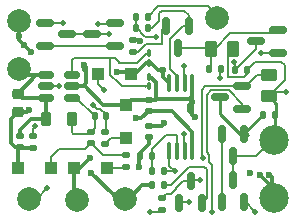
<source format=gtl>
%TF.GenerationSoftware,KiCad,Pcbnew,6.0.4-6f826c9f35~116~ubuntu20.04.1*%
%TF.CreationDate,2022-03-30T22:07:09-04:00*%
%TF.ProjectId,v0.1_TACS_board,76302e31-5f54-4414-9353-5f626f617264,rev?*%
%TF.SameCoordinates,Original*%
%TF.FileFunction,Copper,L1,Top*%
%TF.FilePolarity,Positive*%
%FSLAX46Y46*%
G04 Gerber Fmt 4.6, Leading zero omitted, Abs format (unit mm)*
G04 Created by KiCad (PCBNEW 6.0.4-6f826c9f35~116~ubuntu20.04.1) date 2022-03-30 22:07:09*
%MOMM*%
%LPD*%
G01*
G04 APERTURE LIST*
G04 Aperture macros list*
%AMRoundRect*
0 Rectangle with rounded corners*
0 $1 Rounding radius*
0 $2 $3 $4 $5 $6 $7 $8 $9 X,Y pos of 4 corners*
0 Add a 4 corners polygon primitive as box body*
4,1,4,$2,$3,$4,$5,$6,$7,$8,$9,$2,$3,0*
0 Add four circle primitives for the rounded corners*
1,1,$1+$1,$2,$3*
1,1,$1+$1,$4,$5*
1,1,$1+$1,$6,$7*
1,1,$1+$1,$8,$9*
0 Add four rect primitives between the rounded corners*
20,1,$1+$1,$2,$3,$4,$5,0*
20,1,$1+$1,$4,$5,$6,$7,0*
20,1,$1+$1,$6,$7,$8,$9,0*
20,1,$1+$1,$8,$9,$2,$3,0*%
G04 Aperture macros list end*
%TA.AperFunction,SMDPad,CuDef*%
%ADD10C,2.500000*%
%TD*%
%TA.AperFunction,SMDPad,CuDef*%
%ADD11C,2.000000*%
%TD*%
%TA.AperFunction,SMDPad,CuDef*%
%ADD12RoundRect,0.150000X0.587500X0.150000X-0.587500X0.150000X-0.587500X-0.150000X0.587500X-0.150000X0*%
%TD*%
%TA.AperFunction,SMDPad,CuDef*%
%ADD13RoundRect,0.100000X-0.100000X0.217500X-0.100000X-0.217500X0.100000X-0.217500X0.100000X0.217500X0*%
%TD*%
%TA.AperFunction,SMDPad,CuDef*%
%ADD14RoundRect,0.100000X0.100000X-0.217500X0.100000X0.217500X-0.100000X0.217500X-0.100000X-0.217500X0*%
%TD*%
%TA.AperFunction,SMDPad,CuDef*%
%ADD15RoundRect,0.250000X0.262500X0.450000X-0.262500X0.450000X-0.262500X-0.450000X0.262500X-0.450000X0*%
%TD*%
%TA.AperFunction,SMDPad,CuDef*%
%ADD16RoundRect,0.135000X-0.135000X-0.185000X0.135000X-0.185000X0.135000X0.185000X-0.135000X0.185000X0*%
%TD*%
%TA.AperFunction,SMDPad,CuDef*%
%ADD17RoundRect,0.135000X-0.185000X0.135000X-0.185000X-0.135000X0.185000X-0.135000X0.185000X0.135000X0*%
%TD*%
%TA.AperFunction,SMDPad,CuDef*%
%ADD18R,1.100000X1.100000*%
%TD*%
%TA.AperFunction,SMDPad,CuDef*%
%ADD19RoundRect,0.150000X0.150000X-0.587500X0.150000X0.587500X-0.150000X0.587500X-0.150000X-0.587500X0*%
%TD*%
%TA.AperFunction,SMDPad,CuDef*%
%ADD20RoundRect,0.218750X-0.218750X-0.381250X0.218750X-0.381250X0.218750X0.381250X-0.218750X0.381250X0*%
%TD*%
%TA.AperFunction,SMDPad,CuDef*%
%ADD21RoundRect,0.140000X-0.170000X0.140000X-0.170000X-0.140000X0.170000X-0.140000X0.170000X0.140000X0*%
%TD*%
%TA.AperFunction,SMDPad,CuDef*%
%ADD22RoundRect,0.250000X-0.450000X0.262500X-0.450000X-0.262500X0.450000X-0.262500X0.450000X0.262500X0*%
%TD*%
%TA.AperFunction,SMDPad,CuDef*%
%ADD23RoundRect,0.140000X-0.140000X-0.170000X0.140000X-0.170000X0.140000X0.170000X-0.140000X0.170000X0*%
%TD*%
%TA.AperFunction,SMDPad,CuDef*%
%ADD24RoundRect,0.150000X-0.587500X-0.150000X0.587500X-0.150000X0.587500X0.150000X-0.587500X0.150000X0*%
%TD*%
%TA.AperFunction,SMDPad,CuDef*%
%ADD25RoundRect,0.135000X0.135000X0.185000X-0.135000X0.185000X-0.135000X-0.185000X0.135000X-0.185000X0*%
%TD*%
%TA.AperFunction,SMDPad,CuDef*%
%ADD26RoundRect,0.135000X0.185000X-0.135000X0.185000X0.135000X-0.185000X0.135000X-0.185000X-0.135000X0*%
%TD*%
%TA.AperFunction,SMDPad,CuDef*%
%ADD27RoundRect,0.100000X0.100000X-0.637500X0.100000X0.637500X-0.100000X0.637500X-0.100000X-0.637500X0*%
%TD*%
%TA.AperFunction,SMDPad,CuDef*%
%ADD28RoundRect,0.150000X-0.150000X0.587500X-0.150000X-0.587500X0.150000X-0.587500X0.150000X0.587500X0*%
%TD*%
%TA.AperFunction,SMDPad,CuDef*%
%ADD29RoundRect,0.225000X-0.250000X0.225000X-0.250000X-0.225000X0.250000X-0.225000X0.250000X0.225000X0*%
%TD*%
%TA.AperFunction,SMDPad,CuDef*%
%ADD30RoundRect,0.150000X0.512500X0.150000X-0.512500X0.150000X-0.512500X-0.150000X0.512500X-0.150000X0*%
%TD*%
%TA.AperFunction,ViaPad*%
%ADD31C,0.500000*%
%TD*%
%TA.AperFunction,ViaPad*%
%ADD32C,0.600000*%
%TD*%
%TA.AperFunction,Conductor*%
%ADD33C,0.300000*%
%TD*%
%TA.AperFunction,Conductor*%
%ADD34C,0.150000*%
%TD*%
%TA.AperFunction,Conductor*%
%ADD35C,0.250000*%
%TD*%
G04 APERTURE END LIST*
D10*
%TO.P,U2,1,L_Stim*%
%TO.N,Net-(Q5-Pad3)*%
X82800000Y-45950000D03*
%TO.P,U2,2,R_stim*%
%TO.N,-BATT*%
X82800000Y-50850000D03*
%TD*%
D11*
%TO.P,BT1,1,+*%
%TO.N,+BATT*%
X61200000Y-39900000D03*
%TO.P,BT1,2,-*%
%TO.N,-BATT*%
X61200000Y-35900000D03*
%TD*%
%TO.P,J4,1,Pin_1*%
%TO.N,-9V*%
X66100000Y-51000000D03*
%TD*%
%TO.P,J2,1,Pin_1*%
%TO.N,/SET_V_GPIO*%
X62100000Y-50900000D03*
%TD*%
D12*
%TO.P,Q8,3,C*%
%TO.N,Net-(Q5-Pad3)*%
X67425000Y-37000000D03*
%TO.P,Q8,2,E*%
%TO.N,Net-(Q1-Pad1)*%
X69300000Y-36050000D03*
%TO.P,Q8,1,B*%
%TO.N,Net-(Q6-Pad2)*%
X69300000Y-37950000D03*
%TD*%
D13*
%TO.P,R16,1*%
%TO.N,-BATT*%
X72200000Y-40592500D03*
%TO.P,R16,2*%
%TO.N,Net-(R15-Pad2)*%
X72200000Y-41407500D03*
%TD*%
D14*
%TO.P,R15,1*%
%TO.N,+9V*%
X72200000Y-39407500D03*
%TO.P,R15,2*%
%TO.N,Net-(R15-Pad2)*%
X72200000Y-38592500D03*
%TD*%
D15*
%TO.P,R12,1*%
%TO.N,Net-(Q5-Pad3)*%
X79312500Y-38200000D03*
%TO.P,R12,2*%
%TO.N,Net-(Q1-Pad2)*%
X77487500Y-38200000D03*
%TD*%
D11*
%TO.P,J3,1,Pin_1*%
%TO.N,+9V*%
X70200000Y-50900000D03*
%TD*%
D16*
%TO.P,R7,1*%
%TO.N,Net-(Q2-Pad3)*%
X81890000Y-43800000D03*
%TO.P,R7,2*%
%TO.N,Net-(Q5-Pad3)*%
X82910000Y-43800000D03*
%TD*%
%TO.P,R3,1*%
%TO.N,Net-(R2-Pad1)*%
X72440000Y-48537500D03*
%TO.P,R3,2*%
%TO.N,Net-(Q3-Pad1)*%
X73460000Y-48537500D03*
%TD*%
D17*
%TO.P,R10,1*%
%TO.N,Net-(Q2-Pad2)*%
X73350000Y-50827500D03*
%TO.P,R10,2*%
%TO.N,Net-(Q2-Pad1)*%
X73350000Y-51847500D03*
%TD*%
D18*
%TO.P,D3,2,A*%
%TO.N,Net-(C4-Pad2)*%
X67900000Y-40350000D03*
%TO.P,D3,1,K*%
%TO.N,+9V*%
X70700000Y-40350000D03*
%TD*%
D19*
%TO.P,Q7,1,B*%
%TO.N,Net-(Q5-Pad2)*%
X78400000Y-51225000D03*
%TO.P,Q7,2,E*%
%TO.N,Net-(Q2-Pad1)*%
X80300000Y-51225000D03*
%TO.P,Q7,3,C*%
%TO.N,Net-(Q5-Pad3)*%
X79350000Y-49350000D03*
%TD*%
D12*
%TO.P,Q2,1,B*%
%TO.N,Net-(Q2-Pad1)*%
X80087500Y-43287500D03*
%TO.P,Q2,2,E*%
%TO.N,Net-(Q2-Pad2)*%
X80087500Y-41387500D03*
%TO.P,Q2,3,C*%
%TO.N,Net-(Q2-Pad3)*%
X78212500Y-42337500D03*
%TD*%
D19*
%TO.P,Q3,1,B*%
%TO.N,Net-(Q3-Pad1)*%
X74800000Y-51275000D03*
%TO.P,Q3,2,E*%
%TO.N,Net-(Q3-Pad2)*%
X76700000Y-51275000D03*
%TO.P,Q3,3,C*%
%TO.N,Net-(Q2-Pad2)*%
X75750000Y-49400000D03*
%TD*%
D20*
%TO.P,L1,2*%
%TO.N,Net-(C3-Pad1)*%
X65662500Y-44200000D03*
%TO.P,L1,1*%
%TO.N,+BATT*%
X63537500Y-44200000D03*
%TD*%
D18*
%TO.P,D1,1,K*%
%TO.N,-BATT*%
X61100000Y-48350000D03*
%TO.P,D1,2,A*%
%TO.N,Net-(C3-Pad2)*%
X63900000Y-48350000D03*
%TD*%
D21*
%TO.P,C6,2*%
%TO.N,-BATT*%
X72200000Y-45680000D03*
%TO.P,C6,1*%
%TO.N,+9V*%
X72200000Y-44720000D03*
%TD*%
D22*
%TO.P,R5,1*%
%TO.N,Net-(Q2-Pad2)*%
X82350000Y-40425000D03*
%TO.P,R5,2*%
%TO.N,Net-(Q5-Pad3)*%
X82350000Y-42250000D03*
%TD*%
D21*
%TO.P,C1,1*%
%TO.N,+BATT*%
X61300000Y-45620000D03*
%TO.P,C1,2*%
%TO.N,-BATT*%
X61300000Y-46580000D03*
%TD*%
%TO.P,C3,2*%
%TO.N,Net-(C3-Pad2)*%
X67300000Y-46230000D03*
%TO.P,C3,1*%
%TO.N,Net-(C3-Pad1)*%
X67300000Y-45270000D03*
%TD*%
%TO.P,C2,2*%
%TO.N,-BATT*%
X62400000Y-46600000D03*
%TO.P,C2,1*%
%TO.N,Net-(C2-Pad1)*%
X62400000Y-45640000D03*
%TD*%
D23*
%TO.P,C4,1*%
%TO.N,Net-(C3-Pad1)*%
X67620000Y-43950000D03*
%TO.P,C4,2*%
%TO.N,Net-(C4-Pad2)*%
X68580000Y-43950000D03*
%TD*%
D12*
%TO.P,Q1,1,B*%
%TO.N,Net-(Q1-Pad1)*%
X83137500Y-38550000D03*
%TO.P,Q1,2,E*%
%TO.N,Net-(Q1-Pad2)*%
X83137500Y-36650000D03*
%TO.P,Q1,3,C*%
%TO.N,Net-(Q1-Pad3)*%
X81262500Y-37600000D03*
%TD*%
D24*
%TO.P,Q6,1,B*%
%TO.N,Net-(Q1-Pad3)*%
X63387500Y-36050000D03*
%TO.P,Q6,2,E*%
%TO.N,Net-(Q6-Pad2)*%
X63387500Y-37950000D03*
%TO.P,Q6,3,C*%
%TO.N,Net-(Q5-Pad3)*%
X65262500Y-37000000D03*
%TD*%
D25*
%TO.P,R2,1*%
%TO.N,Net-(R2-Pad1)*%
X72460000Y-47337500D03*
%TO.P,R2,2*%
%TO.N,-BATT*%
X71440000Y-47337500D03*
%TD*%
%TO.P,R1,1*%
%TO.N,/Current_Ctrl_GPIO*%
X72110000Y-35500000D03*
%TO.P,R1,2*%
%TO.N,Net-(R1-Pad2)*%
X71090000Y-35500000D03*
%TD*%
D26*
%TO.P,R14,1*%
%TO.N,Net-(D4-Pad1)*%
X70300000Y-48260000D03*
%TO.P,R14,2*%
%TO.N,Net-(C3-Pad2)*%
X70300000Y-47240000D03*
%TD*%
D16*
%TO.P,R8,2*%
%TO.N,Net-(Q3-Pad2)*%
X73460000Y-49737500D03*
%TO.P,R8,1*%
%TO.N,+9V*%
X72440000Y-49737500D03*
%TD*%
D27*
%TO.P,U1,8,V+*%
%TO.N,+9V*%
X73945000Y-41115000D03*
%TO.P,U1,7*%
%TO.N,Net-(Q4-Pad1)*%
X74595000Y-41115000D03*
%TO.P,U1,6,-*%
%TO.N,Net-(R1-Pad2)*%
X75245000Y-41115000D03*
%TO.P,U1,5,+*%
%TO.N,-BATT*%
X75895000Y-41115000D03*
%TO.P,U1,4,V-*%
%TO.N,-9V*%
X75895000Y-46840000D03*
%TO.P,U1,3,+*%
%TO.N,/SET_V_GPIO*%
X75245000Y-46840000D03*
%TO.P,U1,2,-*%
%TO.N,Net-(R2-Pad1)*%
X74595000Y-46840000D03*
%TO.P,U1,1*%
%TO.N,Net-(Q3-Pad1)*%
X73945000Y-46840000D03*
%TD*%
D26*
%TO.P,R9,1*%
%TO.N,Net-(Q4-Pad2)*%
X70900000Y-38510000D03*
%TO.P,R9,2*%
%TO.N,-9V*%
X70900000Y-37490000D03*
%TD*%
D21*
%TO.P,C7,1*%
%TO.N,-BATT*%
X72200000Y-42520000D03*
%TO.P,C7,2*%
%TO.N,-9V*%
X72200000Y-43480000D03*
%TD*%
D11*
%TO.P,J1,1,Pin_1*%
%TO.N,/Current_Ctrl_GPIO*%
X78000000Y-35600000D03*
%TD*%
D28*
%TO.P,Q5,1,B*%
%TO.N,Net-(Q2-Pad3)*%
X80300000Y-45400000D03*
%TO.P,Q5,2,E*%
%TO.N,Net-(Q5-Pad2)*%
X78400000Y-45400000D03*
%TO.P,Q5,3,C*%
%TO.N,Net-(Q5-Pad3)*%
X79350000Y-47275000D03*
%TD*%
D18*
%TO.P,D4,1,K*%
%TO.N,Net-(D4-Pad1)*%
X68700000Y-48350000D03*
%TO.P,D4,2,A*%
%TO.N,-9V*%
X65900000Y-48350000D03*
%TD*%
D29*
%TO.P,C5,2*%
%TO.N,-BATT*%
X61100000Y-43575000D03*
%TO.P,C5,1*%
%TO.N,+BATT*%
X61100000Y-42025000D03*
%TD*%
D28*
%TO.P,Q4,1,B*%
%TO.N,Net-(Q4-Pad1)*%
X75600000Y-36262500D03*
%TO.P,Q4,2,E*%
%TO.N,Net-(Q4-Pad2)*%
X73700000Y-36262500D03*
%TO.P,Q4,3,C*%
%TO.N,Net-(Q1-Pad2)*%
X74650000Y-38137500D03*
%TD*%
D17*
%TO.P,R13,2*%
%TO.N,Net-(D2-Pad1)*%
X68500000Y-46260000D03*
%TO.P,R13,1*%
%TO.N,Net-(C4-Pad2)*%
X68500000Y-45240000D03*
%TD*%
D18*
%TO.P,D2,2,A*%
%TO.N,-BATT*%
X70300000Y-42950000D03*
%TO.P,D2,1,K*%
%TO.N,Net-(D2-Pad1)*%
X70300000Y-45750000D03*
%TD*%
D16*
%TO.P,R4,2*%
%TO.N,Net-(Q4-Pad1)*%
X72110000Y-36500000D03*
%TO.P,R4,1*%
%TO.N,Net-(R1-Pad2)*%
X71090000Y-36500000D03*
%TD*%
D30*
%TO.P,U3,6,VIN*%
%TO.N,+BATT*%
X63462500Y-42350000D03*
%TO.P,U3,5,SS*%
%TO.N,Net-(C2-Pad1)*%
X63462500Y-41400000D03*
%TO.P,U3,4,\u002ASHDN*%
%TO.N,+BATT*%
X63462500Y-40450000D03*
%TO.P,U3,3,FB*%
%TO.N,Net-(R15-Pad2)*%
X65737500Y-40450000D03*
%TO.P,U3,2,GND*%
%TO.N,-BATT*%
X65737500Y-41400000D03*
%TO.P,U3,1,SW*%
%TO.N,Net-(C3-Pad1)*%
X65737500Y-42350000D03*
%TD*%
D25*
%TO.P,R6,1*%
%TO.N,Net-(Q5-Pad3)*%
X80510000Y-40000000D03*
%TO.P,R6,2*%
%TO.N,Net-(Q1-Pad3)*%
X79490000Y-40000000D03*
%TD*%
%TO.P,R11,1*%
%TO.N,Net-(Q1-Pad1)*%
X78310000Y-39900000D03*
%TO.P,R11,2*%
%TO.N,Net-(Q1-Pad2)*%
X77290000Y-39900000D03*
%TD*%
D31*
%TO.N,/SET_V_GPIO*%
X63600000Y-50000000D03*
D32*
%TO.N,-9V*%
X71434382Y-37546848D03*
D31*
%TO.N,Net-(R1-Pad2)*%
X72775500Y-37224500D03*
X75200000Y-39700000D03*
%TO.N,Net-(Q5-Pad3)*%
X83800000Y-41900000D03*
X68800000Y-37000000D03*
%TO.N,Net-(Q1-Pad1)*%
X67900000Y-36100000D03*
D32*
%TO.N,-BATT*%
X71400000Y-48200000D03*
%TO.N,+9V*%
X69500000Y-40200000D03*
X67300000Y-48700000D03*
%TO.N,-BATT*%
X61200000Y-37100000D03*
X62200000Y-38500000D03*
X61600000Y-37900000D03*
%TO.N,+9V*%
X73400000Y-40000000D03*
X73500000Y-44500000D03*
%TO.N,-BATT*%
X80800000Y-48700000D03*
X81600000Y-48900000D03*
X75900000Y-42700000D03*
X76100000Y-44000000D03*
X82400000Y-48900000D03*
D31*
%TO.N,Net-(Q2-Pad1)*%
X77575489Y-52024511D03*
%TO.N,Net-(C4-Pad2)*%
X68400000Y-41700000D03*
X67500000Y-43000000D03*
%TO.N,Net-(Q2-Pad2)*%
X76500000Y-49300000D03*
X76800000Y-47500000D03*
D32*
%TO.N,-BATT*%
X66700000Y-39600000D03*
X62025500Y-43400000D03*
%TO.N,-9V*%
X71100000Y-44100000D03*
X67200000Y-47500000D03*
D31*
%TO.N,Net-(Q1-Pad3)*%
X64925000Y-36000000D03*
X79424500Y-39349500D03*
%TO.N,Net-(Q1-Pad1)*%
X78200000Y-40700000D03*
X81700000Y-38600000D03*
%TO.N,/SET_V_GPIO*%
X75200000Y-45400000D03*
%TO.N,Net-(C2-Pad1)*%
X64600000Y-41400000D03*
X62600000Y-44800000D03*
%TO.N,Net-(Q3-Pad1)*%
X75600000Y-51200000D03*
X74400000Y-48600000D03*
%TO.N,Net-(Q2-Pad1)*%
X72300000Y-52000000D03*
X81200000Y-52000000D03*
%TD*%
D33*
%TO.N,-9V*%
X65900000Y-48350000D02*
X65900000Y-50800000D01*
X65900000Y-50800000D02*
X66100000Y-51000000D01*
D34*
%TO.N,/SET_V_GPIO*%
X63600000Y-50000000D02*
X62700000Y-50900000D01*
X62700000Y-50900000D02*
X62100000Y-50900000D01*
D33*
%TO.N,+9V*%
X69150000Y-50550000D02*
X67300000Y-48700000D01*
X69500000Y-50900000D02*
X69150000Y-50550000D01*
X69150000Y-50550000D02*
X69850000Y-50550000D01*
X69850000Y-50550000D02*
X70200000Y-50900000D01*
X70200000Y-50900000D02*
X70500000Y-50900000D01*
D34*
%TO.N,Net-(C3-Pad1)*%
X65662500Y-44200000D02*
X65662500Y-45237500D01*
X65662500Y-45237500D02*
X65825000Y-45400000D01*
D33*
%TO.N,+BATT*%
X62200000Y-44200000D02*
X63537500Y-44200000D01*
X63462500Y-42350000D02*
X63462500Y-44125000D01*
X63462500Y-44125000D02*
X63537500Y-44200000D01*
%TO.N,-BATT*%
X75900000Y-42700000D02*
X75900000Y-43800000D01*
X75900000Y-43800000D02*
X76100000Y-44000000D01*
X75600000Y-43000000D02*
X75600000Y-43200000D01*
X75900000Y-42700000D02*
X75600000Y-43000000D01*
X75600000Y-43200000D02*
X75600000Y-43500000D01*
X75600000Y-43500000D02*
X76100000Y-44000000D01*
%TO.N,-9V*%
X70900000Y-37490000D02*
X71377534Y-37490000D01*
X71377534Y-37490000D02*
X71434382Y-37546848D01*
D34*
%TO.N,Net-(R1-Pad2)*%
X71200000Y-36500000D02*
X71800000Y-37100000D01*
X71090000Y-36500000D02*
X71200000Y-36500000D01*
X71800000Y-37100000D02*
X71924500Y-37224500D01*
X71924500Y-37224500D02*
X72775500Y-37224500D01*
X71090000Y-36500000D02*
X71090000Y-36508370D01*
X75200000Y-39700000D02*
X75200000Y-41070000D01*
X75200000Y-41070000D02*
X75245000Y-41115000D01*
%TO.N,Net-(Q4-Pad2)*%
X70900000Y-38510000D02*
X71290000Y-38510000D01*
X71290000Y-38510000D02*
X72000000Y-37800000D01*
X72000000Y-37800000D02*
X73300000Y-37800000D01*
X73300000Y-36662500D02*
X73700000Y-36262500D01*
X73300000Y-37800000D02*
X73300000Y-36662500D01*
%TO.N,Net-(Q5-Pad3)*%
X83800000Y-41900000D02*
X82700000Y-41900000D01*
X82700000Y-41900000D02*
X82350000Y-42250000D01*
X67425000Y-37000000D02*
X68800000Y-37000000D01*
%TO.N,Net-(Q1-Pad1)*%
X67900000Y-36100000D02*
X69250000Y-36100000D01*
X69250000Y-36100000D02*
X69300000Y-36050000D01*
%TO.N,Net-(Q5-Pad3)*%
X65262500Y-37000000D02*
X67425000Y-37000000D01*
D33*
%TO.N,-BATT*%
X71400000Y-48200000D02*
X71400000Y-47377500D01*
X71400000Y-47377500D02*
X71440000Y-47337500D01*
D34*
%TO.N,Net-(R15-Pad2)*%
X69000000Y-39000000D02*
X65900000Y-39000000D01*
X69300000Y-39000000D02*
X69000000Y-39000000D01*
X69000000Y-39000000D02*
X68925489Y-39074511D01*
X68925489Y-39074511D02*
X68925489Y-40437971D01*
X68925489Y-40437971D02*
X69637518Y-41150000D01*
X69637518Y-41150000D02*
X69650000Y-41150000D01*
D33*
%TO.N,+9V*%
X70550000Y-40200000D02*
X70700000Y-40350000D01*
X69500000Y-40200000D02*
X70550000Y-40200000D01*
X70500000Y-50900000D02*
X69500000Y-50900000D01*
D34*
%TO.N,Net-(R2-Pad1)*%
X72460000Y-47337500D02*
X72460000Y-48517500D01*
X72460000Y-48517500D02*
X72440000Y-48537500D01*
%TO.N,-BATT*%
X65737500Y-41400000D02*
X65400000Y-41400000D01*
D33*
X66700000Y-39600000D02*
X66700000Y-40043573D01*
X61600000Y-37900000D02*
X62200000Y-38500000D01*
X61200000Y-37500000D02*
X61600000Y-37900000D01*
X61200000Y-35900000D02*
X61200000Y-37500000D01*
D34*
%TO.N,Net-(Q4-Pad1)*%
X75137500Y-36262500D02*
X74000000Y-37400000D01*
X75600000Y-36262500D02*
X75137500Y-36262500D01*
X74000000Y-37400000D02*
X74000000Y-39902849D01*
X74000000Y-39902849D02*
X74595000Y-40497849D01*
X74595000Y-40497849D02*
X74595000Y-41115000D01*
%TO.N,Net-(Q1-Pad2)*%
X74650000Y-38137500D02*
X77425000Y-38137500D01*
X77425000Y-38137500D02*
X77487500Y-38200000D01*
%TO.N,Net-(R1-Pad2)*%
X71090000Y-35500000D02*
X71090000Y-36500000D01*
%TO.N,Net-(Q1-Pad2)*%
X77487500Y-38200000D02*
X77800000Y-38200000D01*
X77800000Y-38200000D02*
X79100000Y-36900000D01*
X79100000Y-36900000D02*
X82887500Y-36900000D01*
X82887500Y-36900000D02*
X83137500Y-36650000D01*
D33*
%TO.N,+9V*%
X73400000Y-40000000D02*
X73000000Y-40000000D01*
X73000000Y-40000000D02*
X72407500Y-39407500D01*
X72407500Y-39407500D02*
X72200000Y-39407500D01*
X72200000Y-44720000D02*
X73280000Y-44720000D01*
X73280000Y-44720000D02*
X73500000Y-44500000D01*
X73400000Y-40000000D02*
X73400000Y-40570000D01*
X73400000Y-40570000D02*
X73945000Y-41115000D01*
%TO.N,-BATT*%
X82600000Y-50850000D02*
X82600000Y-49900000D01*
X82600000Y-49900000D02*
X81600000Y-48900000D01*
X82600000Y-50850000D02*
X82600000Y-49100000D01*
X75600000Y-43500000D02*
X75895000Y-43205000D01*
X82600000Y-49100000D02*
X82400000Y-48900000D01*
X75895000Y-43205000D02*
X75895000Y-41115000D01*
D34*
%TO.N,Net-(Q5-Pad2)*%
X78400000Y-45400000D02*
X78400000Y-51225000D01*
%TO.N,Net-(Q2-Pad1)*%
X77100000Y-47000000D02*
X77324511Y-47224511D01*
X77324511Y-47224511D02*
X77324511Y-47775489D01*
X77324511Y-47775489D02*
X77575489Y-48026467D01*
X77575489Y-48026467D02*
X77575489Y-52024511D01*
X80087500Y-43287500D02*
X80087500Y-42874639D01*
X80087500Y-42874639D02*
X78949881Y-41737020D01*
X77462980Y-41737020D02*
X77100000Y-42100000D01*
X78949881Y-41737020D02*
X77462980Y-41737020D01*
X77100000Y-42100000D02*
X77100000Y-47000000D01*
%TO.N,Net-(D4-Pad1)*%
X70300000Y-48260000D02*
X70210000Y-48350000D01*
X70210000Y-48350000D02*
X68700000Y-48350000D01*
%TO.N,/Current_Ctrl_GPIO*%
X72110000Y-35500000D02*
X73010000Y-34600000D01*
X73010000Y-34600000D02*
X77200000Y-34600000D01*
X77200000Y-34600000D02*
X78400000Y-35800000D01*
%TO.N,Net-(Q4-Pad1)*%
X72110000Y-36500000D02*
X72500000Y-36500000D01*
X75600000Y-35400000D02*
X75600000Y-36262500D01*
X72500000Y-36500000D02*
X73100000Y-35900000D01*
X73100000Y-35200000D02*
X73300000Y-35000000D01*
X73100000Y-35900000D02*
X73100000Y-35200000D01*
X73300000Y-35000000D02*
X75200000Y-35000000D01*
X75200000Y-35000000D02*
X75600000Y-35400000D01*
%TO.N,Net-(R15-Pad2)*%
X69707500Y-39407500D02*
X69650000Y-39350000D01*
X69650000Y-39350000D02*
X69300000Y-39000000D01*
X69650000Y-41150000D02*
X69907500Y-41407500D01*
X69907500Y-41407500D02*
X72200000Y-41407500D01*
X72200000Y-38592500D02*
X72007500Y-38592500D01*
X72007500Y-38592500D02*
X71192500Y-39407500D01*
X71192500Y-39407500D02*
X69707500Y-39407500D01*
X65900000Y-39000000D02*
X65737500Y-39162500D01*
X65737500Y-39162500D02*
X65737500Y-40450000D01*
D33*
%TO.N,+9V*%
X70700000Y-40350000D02*
X71050000Y-40350000D01*
X71050000Y-40350000D02*
X71992500Y-39407500D01*
X71992500Y-39407500D02*
X72200000Y-39407500D01*
D34*
%TO.N,Net-(R15-Pad2)*%
X71900000Y-41400000D02*
X72000000Y-41500000D01*
X72200000Y-41407500D02*
X71907500Y-41407500D01*
X71907500Y-41407500D02*
X71900000Y-41400000D01*
%TO.N,+9V*%
X72200000Y-39407500D02*
X72192500Y-39407500D01*
D33*
%TO.N,-BATT*%
X72800000Y-42500000D02*
X75600000Y-42500000D01*
X75600000Y-42500000D02*
X75895000Y-42205000D01*
X75895000Y-42205000D02*
X75895000Y-41115000D01*
X72200000Y-42520000D02*
X70730000Y-42520000D01*
X70730000Y-42520000D02*
X70300000Y-42950000D01*
X72800000Y-41054283D02*
X72800000Y-42500000D01*
X72800000Y-42500000D02*
X72780000Y-42520000D01*
X72338217Y-40592500D02*
X72800000Y-41054283D01*
X72200000Y-40592500D02*
X72338217Y-40592500D01*
X72780000Y-42520000D02*
X72200000Y-42520000D01*
D34*
%TO.N,Net-(C4-Pad2)*%
X67800000Y-43300000D02*
X68100000Y-43300000D01*
X67500000Y-43000000D02*
X67800000Y-43300000D01*
X67900000Y-41200000D02*
X68400000Y-41700000D01*
X67900000Y-40350000D02*
X67900000Y-41200000D01*
X68580000Y-43780000D02*
X68580000Y-43950000D01*
X68100000Y-43300000D02*
X68580000Y-43780000D01*
%TO.N,Net-(Q2-Pad2)*%
X77012500Y-41387500D02*
X77000000Y-41400000D01*
X76675489Y-41724511D02*
X76675489Y-47375489D01*
X75850000Y-49300000D02*
X75750000Y-49400000D01*
X80087500Y-41387500D02*
X77012500Y-41387500D01*
X77000000Y-41400000D02*
X76675489Y-41724511D01*
X76675489Y-47375489D02*
X76800000Y-47500000D01*
X76500000Y-49300000D02*
X75850000Y-49300000D01*
%TO.N,Net-(D2-Pad1)*%
X68500000Y-46260000D02*
X69010000Y-45750000D01*
X69010000Y-45750000D02*
X70300000Y-45750000D01*
%TO.N,Net-(C4-Pad2)*%
X68580000Y-43950000D02*
X68580000Y-45160000D01*
X68580000Y-45160000D02*
X68500000Y-45240000D01*
%TO.N,Net-(C3-Pad1)*%
X65737500Y-42350000D02*
X66020000Y-42350000D01*
X66020000Y-42350000D02*
X67620000Y-43950000D01*
X65825000Y-45400000D02*
X67170000Y-45400000D01*
X67170000Y-45400000D02*
X67300000Y-45270000D01*
X67620000Y-43950000D02*
X67620000Y-44950000D01*
X67620000Y-44950000D02*
X67300000Y-45270000D01*
D33*
%TO.N,+BATT*%
X63462500Y-40450000D02*
X61750000Y-40450000D01*
X61750000Y-40450000D02*
X61200000Y-39900000D01*
D34*
%TO.N,Net-(Q6-Pad2)*%
X69300000Y-37950000D02*
X63387500Y-37950000D01*
D33*
%TO.N,-BATT*%
X66700000Y-39600000D02*
X66900000Y-39800000D01*
X66600000Y-41400000D02*
X66800000Y-41400000D01*
X65737500Y-41400000D02*
X66600000Y-41400000D01*
X66900000Y-41100000D02*
X66600000Y-41400000D01*
X66900000Y-39800000D02*
X66900000Y-41100000D01*
X61850500Y-43575000D02*
X62025500Y-43400000D01*
X61100000Y-43575000D02*
X61850500Y-43575000D01*
%TO.N,-9V*%
X65900000Y-48350000D02*
X66350000Y-48350000D01*
X66350000Y-48350000D02*
X67200000Y-47500000D01*
X71580000Y-44100000D02*
X72200000Y-43480000D01*
X71100000Y-44100000D02*
X71580000Y-44100000D01*
D34*
%TO.N,Net-(C3-Pad2)*%
X67300000Y-46230000D02*
X67330000Y-46230000D01*
X67330000Y-46230000D02*
X68340000Y-47240000D01*
X68340000Y-47240000D02*
X70300000Y-47240000D01*
X63900000Y-47400000D02*
X64600000Y-46700000D01*
X63900000Y-48350000D02*
X63900000Y-47400000D01*
X64600000Y-46700000D02*
X66830000Y-46700000D01*
X66830000Y-46700000D02*
X67300000Y-46230000D01*
%TO.N,Net-(Q1-Pad2)*%
X77487500Y-38200000D02*
X77487500Y-39702500D01*
X77487500Y-39702500D02*
X77290000Y-39900000D01*
%TO.N,Net-(Q1-Pad3)*%
X79490000Y-40000000D02*
X79490000Y-39415000D01*
X64925000Y-36000000D02*
X63437500Y-36000000D01*
X79490000Y-39415000D02*
X79424500Y-39349500D01*
X63437500Y-36000000D02*
X63387500Y-36050000D01*
%TO.N,Net-(Q1-Pad1)*%
X78200000Y-40010000D02*
X78310000Y-39900000D01*
X83137500Y-38550000D02*
X81750000Y-38550000D01*
X78200000Y-40700000D02*
X78200000Y-40010000D01*
X81750000Y-38550000D02*
X81700000Y-38600000D01*
%TO.N,Net-(Q5-Pad3)*%
X78900000Y-40600000D02*
X80300000Y-40600000D01*
X79312500Y-38200000D02*
X78900000Y-38612500D01*
X78900000Y-38612500D02*
X78900000Y-40600000D01*
X80300000Y-40600000D02*
X80510000Y-40390000D01*
X80510000Y-40390000D02*
X80510000Y-40000000D01*
%TO.N,Net-(Q1-Pad3)*%
X81262500Y-37600000D02*
X81262500Y-38227500D01*
X81262500Y-38227500D02*
X79490000Y-40000000D01*
%TO.N,Net-(Q5-Pad3)*%
X80510000Y-40000000D02*
X81210000Y-39300000D01*
X81210000Y-39300000D02*
X83400000Y-39300000D01*
X83400000Y-39300000D02*
X83700000Y-39600000D01*
X83700000Y-39600000D02*
X83700000Y-40900000D01*
X83700000Y-40900000D02*
X82350000Y-42250000D01*
D35*
X82910000Y-43800000D02*
X82910000Y-45640000D01*
X82910000Y-45640000D02*
X82600000Y-45950000D01*
D34*
%TO.N,Net-(Q2-Pad2)*%
X80087500Y-41387500D02*
X80412500Y-41387500D01*
X80412500Y-41387500D02*
X81375000Y-40425000D01*
X81375000Y-40425000D02*
X82350000Y-40425000D01*
D33*
%TO.N,-9V*%
X72200000Y-43480000D02*
X74127838Y-43480000D01*
X74127838Y-43480000D02*
X75895000Y-45247162D01*
X75895000Y-45247162D02*
X75895000Y-46840000D01*
D34*
%TO.N,/SET_V_GPIO*%
X75200000Y-45400000D02*
X75200000Y-46795000D01*
X75200000Y-46795000D02*
X75245000Y-46840000D01*
D33*
%TO.N,-BATT*%
X66800000Y-41400000D02*
X68350000Y-42950000D01*
X68350000Y-42950000D02*
X70300000Y-42950000D01*
%TO.N,+BATT*%
X61100000Y-42025000D02*
X62675000Y-40450000D01*
X62675000Y-40450000D02*
X63462500Y-40450000D01*
X61100000Y-42025000D02*
X61425000Y-42350000D01*
X61425000Y-42350000D02*
X63462500Y-42350000D01*
X61300000Y-45620000D02*
X61300000Y-45100000D01*
X61300000Y-45100000D02*
X62200000Y-44200000D01*
D34*
%TO.N,Net-(C2-Pad1)*%
X64600000Y-41400000D02*
X63462500Y-41400000D01*
X62400000Y-45640000D02*
X62400000Y-45000000D01*
X62400000Y-45000000D02*
X62600000Y-44800000D01*
D33*
%TO.N,-BATT*%
X62400000Y-46600000D02*
X61320000Y-46600000D01*
X61320000Y-46600000D02*
X61300000Y-46580000D01*
X60880000Y-46580000D02*
X60500000Y-46200000D01*
X61300000Y-46580000D02*
X60880000Y-46580000D01*
X60500000Y-46200000D02*
X60500000Y-44175000D01*
X60500000Y-44175000D02*
X61100000Y-43575000D01*
X61100000Y-48350000D02*
X61100000Y-46780000D01*
X61100000Y-46780000D02*
X61300000Y-46580000D01*
D34*
%TO.N,Net-(R2-Pad1)*%
X72460000Y-47337500D02*
X72460000Y-46740000D01*
X72460000Y-46740000D02*
X73700000Y-45500000D01*
X74600000Y-46835000D02*
X74595000Y-46840000D01*
X73700000Y-45500000D02*
X74500000Y-45500000D01*
X74500000Y-45500000D02*
X74600000Y-45600000D01*
X74600000Y-45600000D02*
X74600000Y-46835000D01*
D33*
%TO.N,-BATT*%
X72200000Y-45680000D02*
X72200000Y-46300000D01*
X72200000Y-46300000D02*
X71440000Y-47060000D01*
X71440000Y-47060000D02*
X71440000Y-47337500D01*
D34*
%TO.N,Net-(Q3-Pad2)*%
X73460000Y-49737500D02*
X74062500Y-49737500D01*
X74062500Y-49737500D02*
X75600000Y-48200000D01*
X77100000Y-50875000D02*
X76700000Y-51275000D01*
X75600000Y-48200000D02*
X76900000Y-48200000D01*
X76900000Y-48200000D02*
X77100000Y-48400000D01*
X77100000Y-48400000D02*
X77100000Y-50875000D01*
%TO.N,Net-(Q3-Pad1)*%
X73945000Y-46840000D02*
X73945000Y-48145000D01*
X73945000Y-48145000D02*
X74400000Y-48600000D01*
X74875000Y-51200000D02*
X74800000Y-51275000D01*
X73460000Y-48537500D02*
X74337500Y-48537500D01*
X74337500Y-48537500D02*
X74400000Y-48600000D01*
X75600000Y-51200000D02*
X74875000Y-51200000D01*
%TO.N,Net-(Q2-Pad2)*%
X74500000Y-50100000D02*
X74500000Y-50000000D01*
X73350000Y-50827500D02*
X73677500Y-50500000D01*
X74100000Y-50500000D02*
X74500000Y-50100000D01*
X73677500Y-50500000D02*
X74100000Y-50500000D01*
X74500000Y-50000000D02*
X75100000Y-49400000D01*
X75100000Y-49400000D02*
X75750000Y-49400000D01*
D33*
%TO.N,+9V*%
X72440000Y-49737500D02*
X71662500Y-49737500D01*
X71662500Y-49737500D02*
X70500000Y-50900000D01*
D34*
%TO.N,Net-(Q2-Pad1)*%
X80300000Y-51225000D02*
X80425000Y-51225000D01*
X80425000Y-51225000D02*
X81200000Y-52000000D01*
X72300000Y-52000000D02*
X73197500Y-52000000D01*
X73197500Y-52000000D02*
X73350000Y-51847500D01*
%TO.N,Net-(Q5-Pad3)*%
X79350000Y-47275000D02*
X79350000Y-49350000D01*
%TO.N,Net-(Q5-Pad2)*%
X78675000Y-51500000D02*
X78400000Y-51225000D01*
%TO.N,Net-(Q5-Pad3)*%
X79350000Y-47275000D02*
X81275000Y-47275000D01*
X81275000Y-47275000D02*
X82600000Y-45950000D01*
D35*
%TO.N,Net-(Q2-Pad3)*%
X78212500Y-42337500D02*
X78212500Y-43712500D01*
X78212500Y-43712500D02*
X80000000Y-45500000D01*
X80000000Y-45500000D02*
X80600000Y-45500000D01*
X80600000Y-45500000D02*
X80500000Y-45400000D01*
X80500000Y-45400000D02*
X80300000Y-45400000D01*
X80300000Y-45400000D02*
X80300000Y-45390000D01*
X80300000Y-45390000D02*
X81890000Y-43800000D01*
%TO.N,Net-(Q5-Pad3)*%
X82350000Y-42250000D02*
X83000000Y-42900000D01*
X83000000Y-42900000D02*
X83000000Y-43710000D01*
X83000000Y-43710000D02*
X82910000Y-43800000D01*
%TD*%
M02*

</source>
